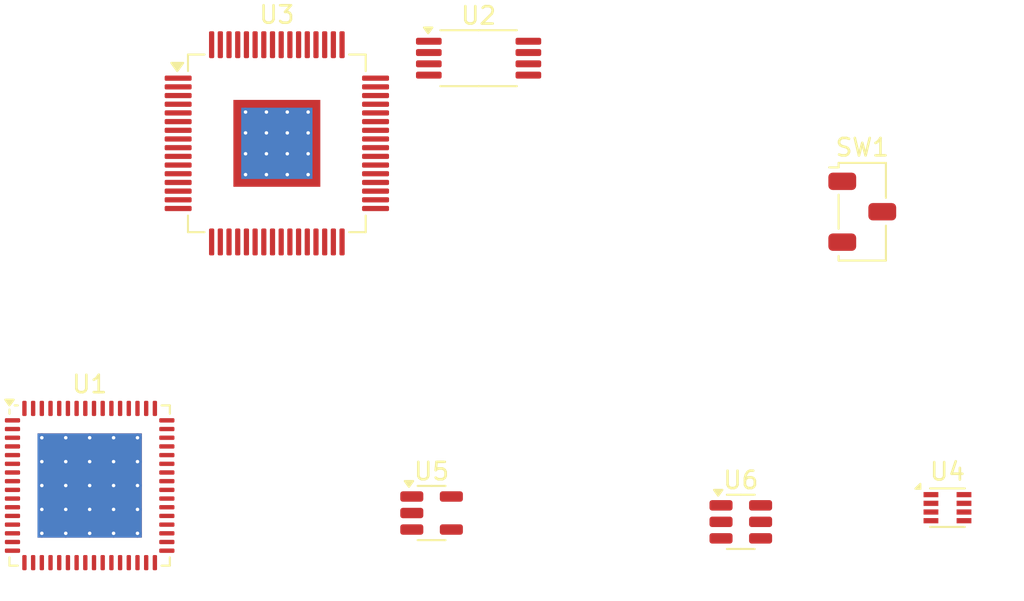
<source format=kicad_pcb>
(kicad_pcb (version 20241229) (generator "pcbnew") (generator_version "9.0")
  (layers (0 "F.Cu" signal) (2 "B.Cu" signal) (13 "F.Paste" user) (15 "B.Paste" user) (5 "F.SilkS" user "F.Silkscreen") (7 "B.SilkS" user "B.Silkscreen") (1 "F.Mask" user) (3 "B.Mask" user) (25 "Edge.Cuts" user))
  (net 0 "")
  (net 1 "+3.3V")
  (net 2 "GND1")
  (net 3 "Net-(U5-SW)")
  (net 4 "+1V1")
  (net 5 "/FTDATA")
  (net 6 "Net-(U6-DO)")
  (net 7 "/FTCLK")
  (net 8 "/FTCS")
  (net 9 "/EEPROM SDA{slash}SMBDAT")
  (net 10 "Net-(U2-A2)")
  (net 11 "Net-(U2-WP)")
  (net 12 "Net-(U2-A1)")
  (net 13 "/EEPROM SCL{slash}SMBCLK")
  (net 15 "/VIO")
  (net 26 "/VPLL")
  (net 27 "/VCORE")
  (net 35 "/VPHY")
  (net 36 "/FT XO")
  (net 40 "/FT D+")
  (net 43 "/FT D-")
  (net 50 "/FT XI")
  (net 59 "/USB_SSTXP_DN4")
  (net 61 "/USB XO")
  (net 62 "Net-(U1-TEST)")
  (net 63 "Net-(U1-AUTOENz{slash}HS_SUSPEND)")
  (net 64 "/USB_DM_DN1")
  (net 65 "/USB_DP_DN4")
  (net 66 "/USB_SSTXM_UP")
  (net 67 "/USB_DP_DN2")
  (net 68 "/USB_SSRXP_DN2")
  (net 72 "Net-(U1-USB_R1)")
  (net 73 "/USB_DM_UP")
  (net 74 "Net-(SW2-B)")
  (net 75 "/USB_SSRXP_UP")
  (net 76 "/USB_SSTXM_DN4")
  (net 77 "Net-(U1-FULLPWRMGMTz{slash}SMBA1{slash}SS_UP)")
  (net 78 "Net-(U1-PWRCTL_POL)")
  (net 79 "/SMBUSz{slash}SS_SUSPEND")
  (net 80 "Net-(U1-GANGED{slash}SMBA2{slash}HS_UP)")
  (net 82 "/USB_DM_DN4")
  (net 83 "/USB_SSTXP_UP")
  (net 85 "/USB_SSRXM_DN3")
  (net 86 "/USB_SSTXM_DN3")
  (net 87 "/USB XI")
  (net 89 "/USB_DM_DN3")
  (net 90 "/USB_SSTXP_DN1")
  (net 91 "/USB_SSRXP_DN4")
  (net 92 "/USB_SSRXP_DN1")
  (net 93 "/USB_DP_UP")
  (net 94 "/USB_DP_DN1")
  (net 95 "/USB_SSRXM_DN1")
  (net 96 "/USB_DM_DN2")
  (net 97 "/USB_SSTXM_DN2")
  (net 98 "/SCL{slash}SMBCLK")
  (net 99 "/USB_SSRXM_UP")
  (net 100 "/USB_SSTXP_DN3")
  (net 102 "/USB_DP_DN3")
  (net 103 "/USB_SSRXM_DN4")
  (net 104 "/USB_SSTXP_DN2")
  (net 105 "/SDA{slash}SMBDAT")
  (net 106 "/USB_SSRXP_DN3")
  (net 107 "/USB_SSTXM_DN1")
  (net 109 "/USB_SSRXM_DN2")
  (net 110 "Net-(U1-USB_VBUS)")
  (net 111 "VCC")
  (net 112 "Net-(U4-LX)")
  (net 113 "Net-(U4-VCC)")
  (net 116 "/EXT_SMBUSz{slash}SS_SUSPEND")
  (net 117 "Net-(SW1-A)")
  (footprint "Package_TO_SOT_SMD:TSOT-23-5" (layer "F.Cu") (at 87.1165 85.918)
    (property "Reference" "U5" (at 0 -2.4 0) (layer "F.SilkS"))
    (property "Value" "ADP2108AUJ-1.1")
    (fp_line (start 0 -1.56) (end -0.8 -1.56) (stroke (width 0.12)) (layer "F.SilkS"))
    (fp_line (start 0 -1.56) (end 0.8 -1.56) (stroke (width 0.12)) (layer "F.SilkS"))
    (fp_line (start 0 1.56) (end -0.8 1.56) (stroke (width 0.12)) (layer "F.SilkS"))
    (fp_line (start 0 1.56) (end 0.8 1.56) (stroke (width 0.12)) (layer "F.SilkS"))
    (fp_poly (pts (xy -1.3 -1.51) (xy -1.54 -1.84) (xy -1.06 -1.84) (xy -1.3 -1.51)) (stroke (width 0.12)) (fill yes) (layer "F.SilkS"))
    (pad "1" smd roundrect (at -1.1375 -0.95) (size 1.325 0.6) (layers "F.Cu" "F.Mask" "F.Paste") (net 1 "+3.3V"))
    (pad "2" smd roundrect (at -1.1375 0) (size 1.325 0.6) (layers "F.Cu" "F.Mask" "F.Paste") (net 2 "GND1"))
    (pad "3" smd roundrect (at -1.1375 0.95) (size 1.325 0.6) (layers "F.Cu" "F.Mask" "F.Paste") (net 1 "+3.3V"))
    (pad "4" smd roundrect (at 1.1375 0.95) (size 1.325 0.6) (layers "F.Cu" "F.Mask" "F.Paste") (net 4 "+1V1"))
    (pad "5" smd roundrect (at 1.1375 -0.95) (size 1.325 0.6) (layers "F.Cu" "F.Mask" "F.Paste") (net 3 "Net-(U5-SW)"))
  )
  (footprint "Button_Switch_SMD:Nidec_Copal_CAS-120A" (layer "F.Cu") (at 111.88 68.58)
    (property "Reference" "SW1" (at 0 -3.7 0) (layer "F.SilkS"))
    (property "Value" "I2C Selector")
    (fp_line (start -1.36 -2.81) (end 1.36 -2.81) (stroke (width 0.12)) (layer "F.SilkS"))
    (fp_line (start -1.36 -2.55) (end -1.9 -2.55) (stroke (width 0.12)) (layer "F.SilkS"))
    (fp_line (start -1.36 -2.55) (end -1.36 -2.8) (stroke (width 0.12)) (layer "F.SilkS"))
    (fp_line (start -1.36 -0.98) (end -1.36 0.98) (stroke (width 0.12)) (layer "F.SilkS"))
    (fp_line (start -1.36 2.81) (end -1.36 2.55) (stroke (width 0.12)) (layer "F.SilkS"))
    (fp_line (start 1.35 2.81) (end -1.35 2.81) (stroke (width 0.12)) (layer "F.SilkS"))
    (fp_line (start 1.36 -2.81) (end 1.36 -0.8) (stroke (width 0.12)) (layer "F.SilkS"))
    (fp_line (start 1.36 0.8) (end 1.36 2.81) (stroke (width 0.12)) (layer "F.SilkS"))
    (pad "1" smd roundrect (at -1.15 -1.75 270) (size 1 1.6) (layers "F.Cu" "F.Mask" "F.Paste") (net 116 "/EXT_SMBUSz{slash}SS_SUSPEND"))
    (pad "2" smd roundrect (at 1.15 0 270) (size 1 1.6) (layers "F.Cu" "F.Mask" "F.Paste") (net 79 "/SMBUSz{slash}SS_SUSPEND"))
    (pad "3" smd roundrect (at -1.15 1.75 270) (size 1 1.6) (layers "F.Cu" "F.Mask" "F.Paste") (net 117 "Net-(SW1-A)"))
  )
  (footprint "Package_SO:TSSOP-8_4.4x3mm_P0.65mm" (layer "F.Cu") (at 89.82 59.744)
    (property "Reference" "U2" (at 0 -2.45 0) (layer "F.SilkS"))
    (property "Value" "AT24CS04-XHM")
    (fp_line (start 0 -1.61) (end -2.2 -1.61) (stroke (width 0.12)) (layer "F.SilkS"))
    (fp_line (start 0 -1.61) (end 2.2 -1.61) (stroke (width 0.12)) (layer "F.SilkS"))
    (fp_line (start 0 1.61) (end -2.2 1.61) (stroke (width 0.12)) (layer "F.SilkS"))
    (fp_line (start 0 1.61) (end 2.2 1.61) (stroke (width 0.12)) (layer "F.SilkS"))
    (fp_poly (pts (xy -2.9 -1.435) (xy -3.14 -1.765) (xy -2.66 -1.765) (xy -2.9 -1.435)) (stroke (width 0.12)) (fill yes) (layer "F.SilkS"))
    (pad "1" smd roundrect (at -2.8625 -0.975) (size 1.475 0.4) (layers "F.Cu" "F.Mask" "F.Paste"))
    (pad "2" smd roundrect (at -2.8625 -0.325) (size 1.475 0.4) (layers "F.Cu" "F.Mask" "F.Paste") (net 12 "Net-(U2-A1)"))
    (pad "3" smd roundrect (at -2.8625 0.325) (size 1.475 0.4) (layers "F.Cu" "F.Mask" "F.Paste") (net 10 "Net-(U2-A2)"))
    (pad "4" smd roundrect (at -2.8625 0.975) (size 1.475 0.4) (layers "F.Cu" "F.Mask" "F.Paste") (net 2 "GND1"))
    (pad "5" smd roundrect (at 2.8625 0.975) (size 1.475 0.4) (layers "F.Cu" "F.Mask" "F.Paste") (net 9 "/EEPROM SDA{slash}SMBDAT"))
    (pad "6" smd roundrect (at 2.8625 0.325) (size 1.475 0.4) (layers "F.Cu" "F.Mask" "F.Paste") (net 13 "/EEPROM SCL{slash}SMBCLK"))
    (pad "7" smd roundrect (at 2.8625 -0.325) (size 1.475 0.4) (layers "F.Cu" "F.Mask" "F.Paste") (net 11 "Net-(U2-WP)"))
    (pad "8" smd roundrect (at 2.8625 -0.975) (size 1.475 0.4) (layers "F.Cu" "F.Mask" "F.Paste") (net 1 "+3.3V"))
  )
  (footprint "Package_DFN_QFN:DFN-8_2x2mm_P0.5mm" (layer "F.Cu") (at 116.779 85.61)
    (property "Reference" "U4" (at 0 -2.075 0) (layer "F.SilkS"))
    (property "Value" "MAX15062A")
    (fp_line (start -1 -1.11) (end 1 -1.11) (stroke (width 0.12)) (layer "F.SilkS"))
    (fp_line (start -1 1.11) (end 1 1.11) (stroke (width 0.12)) (layer "F.SilkS"))
    (fp_poly (pts (xy -1.56 -1.09) (xy -1.84 -1.09) (xy -1.56 -1.37) (xy -1.56 -1.09)) (stroke (width 0.12)) (fill yes) (layer "F.SilkS"))
    (pad "1" smd rect (at -0.95 -0.75) (size 0.85 0.3) (layers "F.Cu" "F.Mask" "F.Paste") (net 111 "VCC"))
    (pad "2" smd rect (at -0.95 -0.25) (size 0.85 0.3) (layers "F.Cu" "F.Mask" "F.Paste") (net 111 "VCC"))
    (pad "3" smd rect (at -0.95 0.25) (size 0.85 0.3) (layers "F.Cu" "F.Mask" "F.Paste") (net 113 "Net-(U4-VCC)"))
    (pad "4" smd rect (at -0.95 0.75) (size 0.85 0.3) (layers "F.Cu" "F.Mask" "F.Paste") (net 1 "+3.3V"))
    (pad "5" smd rect (at 0.95 0.75) (size 0.85 0.3) (layers "F.Cu" "F.Mask" "F.Paste"))
    (pad "6" smd rect (at 0.95 0.25) (size 0.85 0.3) (layers "F.Cu" "F.Mask" "F.Paste"))
    (pad "7" smd rect (at 0.95 -0.25) (size 0.85 0.3) (layers "F.Cu" "F.Mask" "F.Paste") (net 2 "GND1"))
    (pad "8" smd rect (at 0.95 -0.75) (size 0.85 0.3) (layers "F.Cu" "F.Mask" "F.Paste") (net 112 "Net-(U4-LX)"))
  )
  (footprint "Package_TO_SOT_SMD:SOT-23-6" (layer "F.Cu") (at 104.8965 86.426)
    (property "Reference" "U6" (at 0 -2.4 0) (layer "F.SilkS"))
    (property "Value" "93LCxxBxxOT")
    (fp_line (start 0 -1.56) (end -0.8 -1.56) (stroke (width 0.12)) (layer "F.SilkS"))
    (fp_line (start 0 -1.56) (end 0.8 -1.56) (stroke (width 0.12)) (layer "F.SilkS"))
    (fp_line (start 0 1.56) (end -0.8 1.56) (stroke (width 0.12)) (layer "F.SilkS"))
    (fp_line (start 0 1.56) (end 0.8 1.56) (stroke (width 0.12)) (layer "F.SilkS"))
    (fp_poly (pts (xy -1.3 -1.51) (xy -1.54 -1.84) (xy -1.06 -1.84) (xy -1.3 -1.51)) (stroke (width 0.12)) (fill yes) (layer "F.SilkS"))
    (pad "1" smd roundrect (at -1.1375 -0.95) (size 1.325 0.6) (layers "F.Cu" "F.Mask" "F.Paste") (net 6 "Net-(U6-DO)"))
    (pad "2" smd roundrect (at -1.1375 0) (size 1.325 0.6) (layers "F.Cu" "F.Mask" "F.Paste") (net 2 "GND1"))
    (pad "3" smd roundrect (at -1.1375 0.95) (size 1.325 0.6) (layers "F.Cu" "F.Mask" "F.Paste") (net 5 "/FTDATA"))
    (pad "4" smd roundrect (at 1.1375 0.95) (size 1.325 0.6) (layers "F.Cu" "F.Mask" "F.Paste") (net 7 "/FTCLK"))
    (pad "5" smd roundrect (at 1.1375 0) (size 1.325 0.6) (layers "F.Cu" "F.Mask" "F.Paste") (net 8 "/FTCS"))
    (pad "6" smd roundrect (at 1.1375 -0.95) (size 1.325 0.6) (layers "F.Cu" "F.Mask" "F.Paste") (net 1 "+3.3V"))
  )
  (footprint "Package_QFP:LQFP-64-1EP_10x10mm_P0.5mm_EP5x5mm_ThermalVias" (layer "F.Cu") (at 78.22 64.644)
    (property "Reference" "U3" (at 0 -7.4 0) (layer "F.SilkS"))
    (property "Value" "FT4232H")
    (fp_line (start -5.11 -5.11) (end -5.11 -4.16) (stroke (width 0.12)) (layer "F.SilkS"))
    (fp_line (start -5.11 5.11) (end -5.11 4.16) (stroke (width 0.12)) (layer "F.SilkS"))
    (fp_line (start -4.16 -5.11) (end -5.11 -5.11) (stroke (width 0.12)) (layer "F.SilkS"))
    (fp_line (start -4.16 5.11) (end -5.11 5.11) (stroke (width 0.12)) (layer "F.SilkS"))
    (fp_line (start 4.16 -5.11) (end 5.11 -5.11) (stroke (width 0.12)) (layer "F.SilkS"))
    (fp_line (start 4.16 5.11) (end 5.11 5.11) (stroke (width 0.12)) (layer "F.SilkS"))
    (fp_line (start 5.11 -5.11) (end 5.11 -4.16) (stroke (width 0.12)) (layer "F.SilkS"))
    (fp_line (start 5.11 5.11) (end 5.11 4.16) (stroke (width 0.12)) (layer "F.SilkS"))
    (fp_poly (pts (xy -5.725 -4.16) (xy -6.065 -4.63) (xy -5.385 -4.63) (xy -5.725 -4.16)) (stroke (width 0.12)) (fill yes) (layer "F.SilkS"))
    (pad "1" smd roundrect (at -5.675 -3.75) (size 1.55 0.3) (layers "F.Cu" "F.Mask" "F.Paste") (net 2 "GND1"))
    (pad "2" smd roundrect (at -5.675 -3.25) (size 1.55 0.3) (layers "F.Cu" "F.Mask" "F.Paste") (net 50 "/FT XI"))
    (pad "3" smd roundrect (at -5.675 -2.75) (size 1.55 0.3) (layers "F.Cu" "F.Mask" "F.Paste") (net 36 "/FT XO"))
    (pad "4" smd roundrect (at -5.675 -2.25) (size 1.55 0.3) (layers "F.Cu" "F.Mask" "F.Paste") (net 35 "/VPHY"))
    (pad "5" smd roundrect (at -5.675 -1.75) (size 1.55 0.3) (layers "F.Cu" "F.Mask" "F.Paste") (net 2 "GND1"))
    (pad "6" smd roundrect (at -5.675 -1.25) (size 1.55 0.3) (layers "F.Cu" "F.Mask" "F.Paste"))
    (pad "7" smd roundrect (at -5.675 -0.75) (size 1.55 0.3) (layers "F.Cu" "F.Mask" "F.Paste") (net 43 "/FT D-"))
    (pad "8" smd roundrect (at -5.675 -0.25) (size 1.55 0.3) (layers "F.Cu" "F.Mask" "F.Paste") (net 40 "/FT D+"))
    (pad "9" smd roundrect (at -5.675 0.25) (size 1.55 0.3) (layers "F.Cu" "F.Mask" "F.Paste") (net 26 "/VPLL"))
    (pad "10" smd roundrect (at -5.675 0.75) (size 1.55 0.3) (layers "F.Cu" "F.Mask" "F.Paste") (net 2 "GND1"))
    (pad "11" smd roundrect (at -5.675 1.25) (size 1.55 0.3) (layers "F.Cu" "F.Mask" "F.Paste") (net 2 "GND1"))
    (pad "12" smd roundrect (at -5.675 1.75) (size 1.55 0.3) (layers "F.Cu" "F.Mask" "F.Paste") (net 27 "/VCORE"))
    (pad "13" smd roundrect (at -5.675 2.25) (size 1.55 0.3) (layers "F.Cu" "F.Mask" "F.Paste") (net 2 "GND1"))
    (pad "14" smd roundrect (at -5.675 2.75) (size 1.55 0.3) (layers "F.Cu" "F.Mask" "F.Paste"))
    (pad "15" smd roundrect (at -5.675 3.25) (size 1.55 0.3) (layers "F.Cu" "F.Mask" "F.Paste") (net 2 "GND1"))
    (pad "16" smd roundrect (at -5.675 3.75) (size 1.55 0.3) (layers "F.Cu" "F.Mask" "F.Paste"))
    (pad "17" smd roundrect (at -3.75 5.675) (size 0.3 1.55) (layers "F.Cu" "F.Mask" "F.Paste"))
    (pad "18" smd roundrect (at -3.25 5.675) (size 0.3 1.55) (layers "F.Cu" "F.Mask" "F.Paste"))
    (pad "19" smd roundrect (at -2.75 5.675) (size 0.3 1.55) (layers "F.Cu" "F.Mask" "F.Paste"))
    (pad "20" smd roundrect (at -2.25 5.675) (size 0.3 1.55) (layers "F.Cu" "F.Mask" "F.Paste") (net 15 "/VIO"))
    (pad "21" smd roundrect (at -1.75 5.675) (size 0.3 1.55) (layers "F.Cu" "F.Mask" "F.Paste"))
    (pad "22" smd roundrect (at -1.25 5.675) (size 0.3 1.55) (layers "F.Cu" "F.Mask" "F.Paste"))
    (pad "23" smd roundrect (at -0.75 5.675) (size 0.3 1.55) (layers "F.Cu" "F.Mask" "F.Paste"))
    (pad "24" smd roundrect (at -0.25 5.675) (size 0.3 1.55) (layers "F.Cu" "F.Mask" "F.Paste"))
    (pad "25" smd roundrect (at 0.25 5.675) (size 0.3 1.55) (layers "F.Cu" "F.Mask" "F.Paste") (net 2 "GND1"))
    (pad "26" smd roundrect (at 0.75 5.675) (size 0.3 1.55) (layers "F.Cu" "F.Mask" "F.Paste"))
    (pad "27" smd roundrect (at 1.25 5.675) (size 0.3 1.55) (layers "F.Cu" "F.Mask" "F.Paste"))
    (pad "28" smd roundrect (at 1.75 5.675) (size 0.3 1.55) (layers "F.Cu" "F.Mask" "F.Paste"))
    (pad "29" smd roundrect (at 2.25 5.675) (size 0.3 1.55) (layers "F.Cu" "F.Mask" "F.Paste"))
    (pad "30" smd roundrect (at 2.75 5.675) (size 0.3 1.55) (layers "F.Cu" "F.Mask" "F.Paste"))
    (pad "31" smd roundrect (at 3.25 5.675) (size 0.3 1.55) (layers "F.Cu" "F.Mask" "F.Paste") (net 15 "/VIO"))
    (pad "32" smd roundrect (at 3.75 5.675) (size 0.3 1.55) (layers "F.Cu" "F.Mask" "F.Paste"))
    (pad "33" smd roundrect (at 5.675 3.75) (size 1.55 0.3) (layers "F.Cu" "F.Mask" "F.Paste"))
    (pad "34" smd roundrect (at 5.675 3.25) (size 1.55 0.3) (layers "F.Cu" "F.Mask" "F.Paste"))
    (pad "35" smd roundrect (at 5.675 2.75) (size 1.55 0.3) (layers "F.Cu" "F.Mask" "F.Paste") (net 2 "GND1"))
    (pad "36" smd roundrect (at 5.675 2.25) (size 1.55 0.3) (layers "F.Cu" "F.Mask" "F.Paste"))
    (pad "37" smd roundrect (at 5.675 1.75) (size 1.55 0.3) (layers "F.Cu" "F.Mask" "F.Paste") (net 27 "/VCORE"))
    (pad "38" smd roundrect (at 5.675 1.25) (size 1.55 0.3) (layers "F.Cu" "F.Mask" "F.Paste"))
    (pad "39" smd roundrect (at 5.675 0.75) (size 1.55 0.3) (layers "F.Cu" "F.Mask" "F.Paste"))
    (pad "40" smd roundrect (at 5.675 0.25) (size 1.55 0.3) (layers "F.Cu" "F.Mask" "F.Paste"))
    (pad "41" smd roundrect (at 5.675 -0.25) (size 1.55 0.3) (layers "F.Cu" "F.Mask" "F.Paste"))
    (pad "42" smd roundrect (at 5.675 -0.75) (size 1.55 0.3) (layers "F.Cu" "F.Mask" "F.Paste") (net 15 "/VIO"))
    (pad "43" smd roundrect (at 5.675 -1.25) (size 1.55 0.3) (layers "F.Cu" "F.Mask" "F.Paste"))
    (pad "44" smd roundrect (at 5.675 -1.75) (size 1.55 0.3) (layers "F.Cu" "F.Mask" "F.Paste"))
    (pad "45" smd roundrect (at 5.675 -2.25) (size 1.55 0.3) (layers "F.Cu" "F.Mask" "F.Paste"))
    (pad "46" smd roundrect (at 5.675 -2.75) (size 1.55 0.3) (layers "F.Cu" "F.Mask" "F.Paste"))
    (pad "47" smd roundrect (at 5.675 -3.25) (size 1.55 0.3) (layers "F.Cu" "F.Mask" "F.Paste") (net 2 "GND1"))
    (pad "48" smd roundrect (at 5.675 -3.75) (size 1.55 0.3) (layers "F.Cu" "F.Mask" "F.Paste"))
    (pad "49" smd roundrect (at 3.75 -5.675) (size 0.3 1.55) (layers "F.Cu" "F.Mask" "F.Paste") (net 27 "/VCORE"))
    (pad "50" smd roundrect (at 3.25 -5.675) (size 0.3 1.55) (layers "F.Cu" "F.Mask" "F.Paste") (net 1 "+3.3V"))
    (pad "51" smd roundrect (at 2.75 -5.675) (size 0.3 1.55) (layers "F.Cu" "F.Mask" "F.Paste") (net 2 "GND1"))
    (pad "52" smd roundrect (at 2.25 -5.675) (size 0.3 1.55) (layers "F.Cu" "F.Mask" "F.Paste"))
    (pad "53" smd roundrect (at 1.75 -5.675) (size 0.3 1.55) (layers "F.Cu" "F.Mask" "F.Paste"))
    (pad "54" smd roundrect (at 1.25 -5.675) (size 0.3 1.55) (layers "F.Cu" "F.Mask" "F.Paste"))
    (pad "55" smd roundrect (at 0.75 -5.675) (size 0.3 1.55) (layers "F.Cu" "F.Mask" "F.Paste"))
    (pad "56" smd roundrect (at 0.25 -5.675) (size 0.3 1.55) (layers "F.Cu" "F.Mask" "F.Paste") (net 15 "/VIO"))
    (pad "57" smd roundrect (at -0.25 -5.675) (size 0.3 1.55) (layers "F.Cu" "F.Mask" "F.Paste"))
    (pad "58" smd roundrect (at -0.75 -5.675) (size 0.3 1.55) (layers "F.Cu" "F.Mask" "F.Paste"))
    (pad "59" smd roundrect (at -1.25 -5.675) (size 0.3 1.55) (layers "F.Cu" "F.Mask" "F.Paste"))
    (pad "60" smd roundrect (at -1.75 -5.675) (size 0.3 1.55) (layers "F.Cu" "F.Mask" "F.Paste"))
    (pad "61" smd roundrect (at -2.25 -5.675) (size 0.3 1.55) (layers "F.Cu" "F.Mask" "F.Paste") (net 5 "/FTDATA"))
    (pad "62" smd roundrect (at -2.75 -5.675) (size 0.3 1.55) (layers "F.Cu" "F.Mask" "F.Paste") (net 7 "/FTCLK"))
    (pad "63" smd roundrect (at -3.25 -5.675) (size 0.3 1.55) (layers "F.Cu" "F.Mask" "F.Paste") (net 8 "/FTCS"))
    (pad "64" smd roundrect (at -3.75 -5.675) (size 0.3 1.55) (layers "F.Cu" "F.Mask" "F.Paste") (net 27 "/VCORE"))
    (pad "65" thru_hole circle (at -1.8 -1.8) (size 0.5 0.5) (drill 0.2) (property pad_prop_heatsink) (layers "*.Cu"))
    (pad "65" thru_hole circle (at -1.8 -0.6) (size 0.5 0.5) (drill 0.2) (property pad_prop_heatsink) (layers "*.Cu"))
    (pad "65" thru_hole circle (at -1.8 0.6) (size 0.5 0.5) (drill 0.2) (property pad_prop_heatsink) (layers "*.Cu"))
    (pad "65" thru_hole circle (at -1.8 1.8) (size 0.5 0.5) (drill 0.2) (property pad_prop_heatsink) (layers "*.Cu"))
    (pad "65" thru_hole circle (at -0.6 -1.8) (size 0.5 0.5) (drill 0.2) (property pad_prop_heatsink) (layers "*.Cu"))
    (pad "65" thru_hole circle (at -0.6 -0.6) (size 0.5 0.5) (drill 0.2) (property pad_prop_heatsink) (layers "*.Cu"))
    (pad "65" thru_hole circle (at -0.6 0.6) (size 0.5 0.5) (drill 0.2) (property pad_prop_heatsink) (layers "*.Cu"))
    (pad "65" thru_hole circle (at -0.6 1.8) (size 0.5 0.5) (drill 0.2) (property pad_prop_heatsink) (layers "*.Cu"))
    (pad "65" smd rect (at 0 0) (size 4.1 4.1) (property pad_prop_heatsink) (layers "B.Cu"))
    (pad "65" smd rect (at 0 0) (size 5 5) (property pad_prop_heatsink) (layers "F.Cu" "F.Mask"))
    (pad "65" thru_hole circle (at 0.6 -1.8) (size 0.5 0.5) (drill 0.2) (property pad_prop_heatsink) (layers "*.Cu"))
    (pad "65" thru_hole circle (at 0.6 -0.6) (size 0.5 0.5) (drill 0.2) (property pad_prop_heatsink) (layers "*.Cu"))
    (pad "65" thru_hole circle (at 0.6 0.6) (size 0.5 0.5) (drill 0.2) (property pad_prop_heatsink) (layers "*.Cu"))
    (pad "65" thru_hole circle (at 0.6 1.8) (size 0.5 0.5) (drill 0.2) (property pad_prop_heatsink) (layers "*.Cu"))
    (pad "65" thru_hole circle (at 1.8 -1.8) (size 0.5 0.5) (drill 0.2) (property pad_prop_heatsink) (layers "*.Cu"))
    (pad "65" thru_hole circle (at 1.8 -0.6) (size 0.5 0.5) (drill 0.2) (property pad_prop_heatsink) (layers "*.Cu"))
    (pad "65" thru_hole circle (at 1.8 0.6) (size 0.5 0.5) (drill 0.2) (property pad_prop_heatsink) (layers "*.Cu"))
    (pad "65" thru_hole circle (at 1.8 1.8) (size 0.5 0.5) (drill 0.2) (property pad_prop_heatsink) (layers "*.Cu"))
  )
  (footprint "Package_DFN_QFN:QFN-64-1EP_9x9mm_P0.5mm_EP6x6mm_ThermalVias" (layer "F.Cu") (at 67.457 84.3355)
    (property "Reference" "U1" (at 0 -5.83 0) (layer "F.SilkS"))
    (property "Value" "TUSB8041")
    (fp_line (start -4.61 -4.135) (end -4.61 -4.37) (stroke (width 0.12)) (layer "F.SilkS"))
    (fp_line (start -4.61 4.61) (end -4.61 4.135) (stroke (width 0.12)) (layer "F.SilkS"))
    (fp_line (start -4.135 -4.61) (end -4.31 -4.61) (stroke (width 0.12)) (layer "F.SilkS"))
    (fp_line (start -4.135 4.61) (end -4.61 4.61) (stroke (width 0.12)) (layer "F.SilkS"))
    (fp_line (start 4.135 -4.61) (end 4.61 -4.61) (stroke (width 0.12)) (layer "F.SilkS"))
    (fp_line (start 4.135 4.61) (end 4.61 4.61) (stroke (width 0.12)) (layer "F.SilkS"))
    (fp_line (start 4.61 -4.61) (end 4.61 -4.135) (stroke (width 0.12)) (layer "F.SilkS"))
    (fp_line (start 4.61 4.61) (end 4.61 4.135) (stroke (width 0.12)) (layer "F.SilkS"))
    (fp_poly (pts (xy -4.61 -4.61) (xy -4.85 -4.94) (xy -4.37 -4.94) (xy -4.61 -4.61)) (stroke (width 0.12)) (fill yes) (layer "F.SilkS"))
    (pad "1" smd roundrect (at -4.4375 -3.75) (size 0.875 0.25) (layers "F.Cu" "F.Mask" "F.Paste") (net 94 "/USB_DP_DN1"))
    (pad "2" smd roundrect (at -4.4375 -3.25) (size 0.875 0.25) (layers "F.Cu" "F.Mask" "F.Paste") (net 64 "/USB_DM_DN1"))
    (pad "3" smd roundrect (at -4.4375 -2.75) (size 0.875 0.25) (layers "F.Cu" "F.Mask" "F.Paste") (net 90 "/USB_SSTXP_DN1"))
    (pad "4" smd roundrect (at -4.4375 -2.25) (size 0.875 0.25) (layers "F.Cu" "F.Mask" "F.Paste") (net 107 "/USB_SSTXM_DN1"))
    (pad "5" smd roundrect (at -4.4375 -1.75) (size 0.875 0.25) (layers "F.Cu" "F.Mask" "F.Paste") (net 4 "+1V1"))
    (pad "6" smd roundrect (at -4.4375 -1.25) (size 0.875 0.25) (layers "F.Cu" "F.Mask" "F.Paste") (net 92 "/USB_SSRXP_DN1"))
    (pad "7" smd roundrect (at -4.4375 -0.75) (size 0.875 0.25) (layers "F.Cu" "F.Mask" "F.Paste") (net 95 "/USB_SSRXM_DN1"))
    (pad "8" smd roundrect (at -4.4375 -0.25) (size 0.875 0.25) (layers "F.Cu" "F.Mask" "F.Paste") (net 4 "+1V1"))
    (pad "9" smd roundrect (at -4.4375 0.25) (size 0.875 0.25) (layers "F.Cu" "F.Mask" "F.Paste") (net 67 "/USB_DP_DN2"))
    (pad "10" smd roundrect (at -4.4375 0.75) (size 0.875 0.25) (layers "F.Cu" "F.Mask" "F.Paste") (net 96 "/USB_DM_DN2"))
    (pad "11" smd roundrect (at -4.4375 1.25) (size 0.875 0.25) (layers "F.Cu" "F.Mask" "F.Paste") (net 104 "/USB_SSTXP_DN2"))
    (pad "12" smd roundrect (at -4.4375 1.75) (size 0.875 0.25) (layers "F.Cu" "F.Mask" "F.Paste") (net 97 "/USB_SSTXM_DN2"))
    (pad "13" smd roundrect (at -4.4375 2.25) (size 0.875 0.25) (layers "F.Cu" "F.Mask" "F.Paste") (net 4 "+1V1"))
    (pad "14" smd roundrect (at -4.4375 2.75) (size 0.875 0.25) (layers "F.Cu" "F.Mask" "F.Paste") (net 68 "/USB_SSRXP_DN2"))
    (pad "15" smd roundrect (at -4.4375 3.25) (size 0.875 0.25) (layers "F.Cu" "F.Mask" "F.Paste") (net 109 "/USB_SSRXM_DN2"))
    (pad "16" smd roundrect (at -4.4375 3.75) (size 0.875 0.25) (layers "F.Cu" "F.Mask" "F.Paste") (net 1 "+3.3V"))
    (pad "17" smd roundrect (at -3.75 4.4375) (size 0.25 0.875) (layers "F.Cu" "F.Mask" "F.Paste") (net 102 "/USB_DP_DN3"))
    (pad "18" smd roundrect (at -3.25 4.4375) (size 0.25 0.875) (layers "F.Cu" "F.Mask" "F.Paste") (net 89 "/USB_DM_DN3"))
    (pad "19" smd roundrect (at -2.75 4.4375) (size 0.25 0.875) (layers "F.Cu" "F.Mask" "F.Paste") (net 100 "/USB_SSTXP_DN3"))
    (pad "20" smd roundrect (at -2.25 4.4375) (size 0.25 0.875) (layers "F.Cu" "F.Mask" "F.Paste") (net 86 "/USB_SSTXM_DN3"))
    (pad "21" smd roundrect (at -1.75 4.4375) (size 0.25 0.875) (layers "F.Cu" "F.Mask" "F.Paste") (net 4 "+1V1"))
    (pad "22" smd roundrect (at -1.25 4.4375) (size 0.25 0.875) (layers "F.Cu" "F.Mask" "F.Paste") (net 106 "/USB_SSRXP_DN3"))
    (pad "23" smd roundrect (at -0.75 4.4375) (size 0.25 0.875) (layers "F.Cu" "F.Mask" "F.Paste") (net 85 "/USB_SSRXM_DN3"))
    (pad "24" smd roundrect (at -0.25 4.4375) (size 0.25 0.875) (layers "F.Cu" "F.Mask" "F.Paste") (net 65 "/USB_DP_DN4"))
    (pad "25" smd roundrect (at 0.25 4.4375) (size 0.25 0.875) (layers "F.Cu" "F.Mask" "F.Paste") (net 82 "/USB_DM_DN4"))
    (pad "26" smd roundrect (at 0.75 4.4375) (size 0.25 0.875) (layers "F.Cu" "F.Mask" "F.Paste") (net 59 "/USB_SSTXP_DN4"))
    (pad "27" smd roundrect (at 1.25 4.4375) (size 0.25 0.875) (layers "F.Cu" "F.Mask" "F.Paste") (net 76 "/USB_SSTXM_DN4"))
    (pad "28" smd roundrect (at 1.75 4.4375) (size 0.25 0.875) (layers "F.Cu" "F.Mask" "F.Paste") (net 4 "+1V1"))
    (pad "29" smd roundrect (at 2.25 4.4375) (size 0.25 0.875) (layers "F.Cu" "F.Mask" "F.Paste") (net 91 "/USB_SSRXP_DN4"))
    (pad "30" smd roundrect (at 2.75 4.4375) (size 0.25 0.875) (layers "F.Cu" "F.Mask" "F.Paste") (net 103 "/USB_SSRXM_DN4"))
    (pad "31" smd roundrect (at 3.25 4.4375) (size 0.25 0.875) (layers "F.Cu" "F.Mask" "F.Paste") (net 4 "+1V1"))
    (pad "32" smd roundrect (at 3.75 4.4375) (size 0.25 0.875) (layers "F.Cu" "F.Mask" "F.Paste"))
    (pad "33" smd roundrect (at 4.4375 3.75) (size 0.875 0.25) (layers "F.Cu" "F.Mask" "F.Paste"))
    (pad "34" smd roundrect (at 4.4375 3.25) (size 0.875 0.25) (layers "F.Cu" "F.Mask" "F.Paste") (net 1 "+3.3V"))
    (pad "35" smd roundrect (at 4.4375 2.75) (size 0.875 0.25) (layers "F.Cu" "F.Mask" "F.Paste"))
    (pad "36" smd roundrect (at 4.4375 2.25) (size 0.875 0.25) (layers "F.Cu" "F.Mask" "F.Paste"))
    (pad "37" smd roundrect (at 4.4375 1.75) (size 0.875 0.25) (layers "F.Cu" "F.Mask" "F.Paste") (net 105 "/SDA{slash}SMBDAT"))
    (pad "38" smd roundrect (at 4.4375 1.25) (size 0.875 0.25) (layers "F.Cu" "F.Mask" "F.Paste") (net 98 "/SCL{slash}SMBCLK"))
    (pad "39" smd roundrect (at 4.4375 0.75) (size 0.875 0.25) (layers "F.Cu" "F.Mask" "F.Paste") (net 79 "/SMBUSz{slash}SS_SUSPEND"))
    (pad "40" smd roundrect (at 4.4375 0.25) (size 0.875 0.25) (layers "F.Cu" "F.Mask" "F.Paste") (net 77 "Net-(U1-FULLPWRMGMTz{slash}SMBA1{slash}SS_UP)"))
    (pad "41" smd roundrect (at 4.4375 -0.25) (size 0.875 0.25) (layers "F.Cu" "F.Mask" "F.Paste") (net 78 "Net-(U1-PWRCTL_POL)"))
    (pad "42" smd roundrect (at 4.4375 -0.75) (size 0.875 0.25) (layers "F.Cu" "F.Mask" "F.Paste") (net 80 "Net-(U1-GANGED{slash}SMBA2{slash}HS_UP)"))
    (pad "43" smd roundrect (at 4.4375 -1.25) (size 0.875 0.25) (layers "F.Cu" "F.Mask" "F.Paste"))
    (pad "44" smd roundrect (at 4.4375 -1.75) (size 0.875 0.25) (layers "F.Cu" "F.Mask" "F.Paste"))
    (pad "45" smd roundrect (at 4.4375 -2.25) (size 0.875 0.25) (layers "F.Cu" "F.Mask" "F.Paste") (net 63 "Net-(U1-AUTOENz{slash}HS_SUSPEND)"))
    (pad "46" smd roundrect (at 4.4375 -2.75) (size 0.875 0.25) (layers "F.Cu" "F.Mask" "F.Paste"))
    (pad "47" smd roundrect (at 4.4375 -3.25) (size 0.875 0.25) (layers "F.Cu" "F.Mask" "F.Paste"))
    (pad "48" smd roundrect (at 4.4375 -3.75) (size 0.875 0.25) (layers "F.Cu" "F.Mask" "F.Paste") (net 110 "Net-(U1-USB_VBUS)"))
    (pad "49" smd roundrect (at 3.75 -4.4375) (size 0.25 0.875) (layers "F.Cu" "F.Mask" "F.Paste") (net 62 "Net-(U1-TEST)"))
    (pad "50" smd roundrect (at 3.25 -4.4375) (size 0.25 0.875) (layers "F.Cu" "F.Mask" "F.Paste") (net 74 "Net-(SW2-B)"))
    (pad "51" smd roundrect (at 2.75 -4.4375) (size 0.25 0.875) (layers "F.Cu" "F.Mask" "F.Paste") (net 4 "+1V1"))
    (pad "52" smd roundrect (at 2.25 -4.4375) (size 0.25 0.875) (layers "F.Cu" "F.Mask" "F.Paste") (net 1 "+3.3V"))
    (pad "53" smd roundrect (at 1.75 -4.4375) (size 0.25 0.875) (layers "F.Cu" "F.Mask" "F.Paste") (net 93 "/USB_DP_UP"))
    (pad "54" smd roundrect (at 1.25 -4.4375) (size 0.25 0.875) (layers "F.Cu" "F.Mask" "F.Paste") (net 73 "/USB_DM_UP"))
    (pad "55" smd roundrect (at 0.75 -4.4375) (size 0.25 0.875) (layers "F.Cu" "F.Mask" "F.Paste") (net 83 "/USB_SSTXP_UP"))
    (pad "56" smd roundrect (at 0.25 -4.4375) (size 0.25 0.875) (layers "F.Cu" "F.Mask" "F.Paste") (net 66 "/USB_SSTXM_UP"))
    (pad "57" smd roundrect (at -0.25 -4.4375) (size 0.25 0.875) (layers "F.Cu" "F.Mask" "F.Paste") (net 4 "+1V1"))
    (pad "58" smd roundrect (at -0.75 -4.4375) (size 0.25 0.875) (layers "F.Cu" "F.Mask" "F.Paste") (net 75 "/USB_SSRXP_UP"))
    (pad "59" smd roundrect (at -1.25 -4.4375) (size 0.25 0.875) (layers "F.Cu" "F.Mask" "F.Paste") (net 99 "/USB_SSRXM_UP"))
    (pad "60" smd roundrect (at -1.75 -4.4375) (size 0.25 0.875) (layers "F.Cu" "F.Mask" "F.Paste"))
    (pad "61" smd roundrect (at -2.25 -4.4375) (size 0.25 0.875) (layers "F.Cu" "F.Mask" "F.Paste") (net 61 "/USB XO"))
    (pad "62" smd roundrect (at -2.75 -4.4375) (size 0.25 0.875) (layers "F.Cu" "F.Mask" "F.Paste") (net 87 "/USB XI"))
    (pad "63" smd roundrect (at -3.25 -4.4375) (size 0.25 0.875) (layers "F.Cu" "F.Mask" "F.Paste") (net 1 "+3.3V"))
    (pad "64" smd roundrect (at -3.75 -4.4375) (size 0.25 0.875) (layers "F.Cu" "F.Mask" "F.Paste") (net 72 "Net-(U1-USB_R1)"))
    (pad "65" thru_hole circle (at -2.75 -2.75) (size 0.5 0.5) (drill 0.2) (property pad_prop_heatsink) (layers "*.Cu") (net 2 "GND1"))
    (pad "65" thru_hole circle (at -2.75 -1.375) (size 0.5 0.5) (drill 0.2) (property pad_prop_heatsink) (layers "*.Cu") (net 2 "GND1"))
    (pad "65" thru_hole circle (at -2.75 0) (size 0.5 0.5) (drill 0.2) (property pad_prop_heatsink) (layers "*.Cu") (net 2 "GND1"))
    (pad "65" thru_hole circle (at -2.75 1.375) (size 0.5 0.5) (drill 0.2) (property pad_prop_heatsink) (layers "*.Cu") (net 2 "GND1"))
    (pad "65" thru_hole circle (at -2.75 2.75) (size 0.5 0.5) (drill 0.2) (property pad_prop_heatsink) (layers "*.Cu") (net 2 "GND1"))
    (pad "65" thru_hole circle (at -1.375 -2.75) (size 0.5 0.5) (drill 0.2) (property pad_prop_heatsink) (layers "*.Cu") (net 2 "GND1"))
    (pad "65" thru_hole circle (at -1.375 -1.375) (size 0.5 0.5) (drill 0.2) (property pad_prop_heatsink) (layers "*.Cu") (net 2 "GND1"))
    (pad "65" thru_hole circle (at -1.375 0) (size 0.5 0.5) (drill 0.2) (property pad_prop_heatsink) (layers "*.Cu") (net 2 "GND1"))
    (pad "65" thru_hole circle (at -1.375 1.375) (size 0.5 0.5) (drill 0.2) (property pad_prop_heatsink) (layers "*.Cu") (net 2 "GND1"))
    (pad "65" thru_hole circle (at -1.375 2.75) (size 0.5 0.5) (drill 0.2) (property pad_prop_heatsink) (layers "*.Cu") (net 2 "GND1"))
    (pad "65" thru_hole circle (at 0 -2.75) (size 0.5 0.5) (drill 0.2) (property pad_prop_heatsink) (layers "*.Cu") (net 2 "GND1"))
    (pad "65" thru_hole circle (at 0 -1.375) (size 0.5 0.5) (drill 0.2) (property pad_prop_heatsink) (layers "*.Cu") (net 2 "GND1"))
    (pad "65" thru_hole circle (at 0 0) (size 0.5 0.5) (drill 0.2) (property pad_prop_heatsink) (layers "*.Cu") (net 2 "GND1"))
    (pad "65" smd rect (at 0 0) (size 6 6) (property pad_prop_heatsink) (layers "F.Cu" "F.Mask") (net 2 "GND1"))
    (pad "65" smd rect (at 0 0) (size 6 6) (property pad_prop_heatsink) (layers "B.Cu") (net 2 "GND1"))
    (pad "65" thru_hole circle (at 0 1.375) (size 0.5 0.5) (drill 0.2) (property pad_prop_heatsink) (layers "*.Cu") (net 2 "GND1"))
    (pad "65" thru_hole circle (at 0 2.75) (size 0.5 0.5) (drill 0.2) (property pad_prop_heatsink) (layers "*.Cu") (net 2 "GND1"))
    (pad "65" thru_hole circle (at 1.375 -2.75) (size 0.5 0.5) (drill 0.2) (property pad_prop_heatsink) (layers "*.Cu") (net 2 "GND1"))
    (pad "65" thru_hole circle (at 1.375 -1.375) (size 0.5 0.5) (drill 0.2) (property pad_prop_heatsink) (layers "*.Cu") (net 2 "GND1"))
    (pad "65" thru_hole circle (at 1.375 0) (size 0.5 0.5) (drill 0.2) (property pad_prop_heatsink) (layers "*.Cu") (net 2 "GND1"))
    (pad "65" thru_hole circle (at 1.375 1.375) (size 0.5 0.5) (drill 0.2) (property pad_prop_heatsink) (layers "*.Cu") (net 2 "GND1"))
    (pad "65" thru_hole circle (at 1.375 2.75) (size 0.5 0.5) (drill 0.2) (property pad_prop_heatsink) (layers "*.Cu") (net 2 "GND1"))
    (pad "65" thru_hole circle (at 2.75 -2.75) (size 0.5 0.5) (drill 0.2) (property pad_prop_heatsink) (layers "*.Cu") (net 2 "GND1"))
    (pad "65" thru_hole circle (at 2.75 -1.375) (size 0.5 0.5) (drill 0.2) (property pad_prop_heatsink) (layers "*.Cu") (net 2 "GND1"))
    (pad "65" thru_hole circle (at 2.75 0) (size 0.5 0.5) (drill 0.2) (property pad_prop_heatsink) (layers "*.Cu") (net 2 "GND1"))
    (pad "65" thru_hole circle (at 2.75 1.375) (size 0.5 0.5) (drill 0.2) (property pad_prop_heatsink) (layers "*.Cu") (net 2 "GND1"))
    (pad "65" thru_hole circle (at 2.75 2.75) (size 0.5 0.5) (drill 0.2) (property pad_prop_heatsink) (layers "*.Cu") (net 2 "GND1"))
  )
)
</source>
